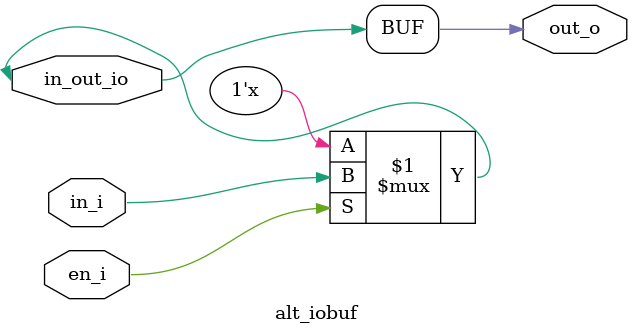
<source format=v>
/*****************************************************************************

  Description: IOB_INOUT 3-State Buffer

  Copyright (C) 2020 IObundle, Lda  All rights reserved

******************************************************************************/
`timescale 1ns / 1ps

module alt_iobuf (
    input  in_i,
    input  en_i,
    output out_o,
    inout  in_out_io
);

   assign in_out_io = en_i ? in_i : 1'bz;
   assign out_o     = in_out_io;

endmodule

</source>
